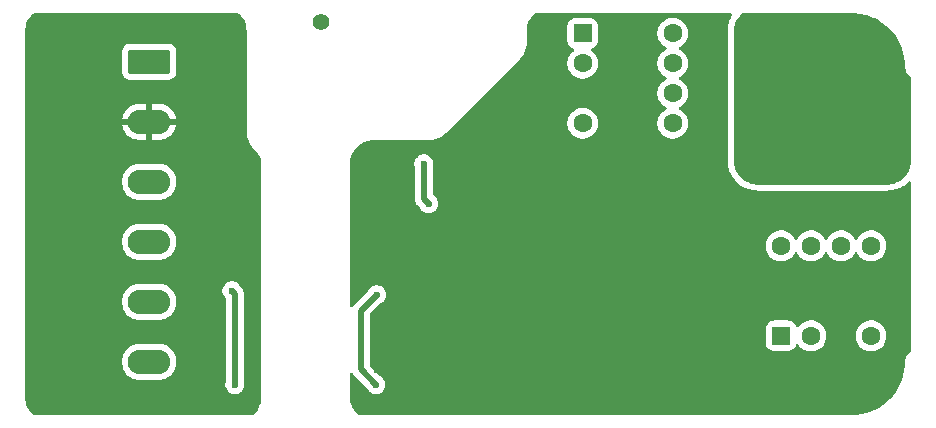
<source format=gbr>
%TF.GenerationSoftware,KiCad,Pcbnew,9.0.1-1.fc42*%
%TF.CreationDate,2025-04-25T16:42:34-04:00*%
%TF.ProjectId,IGBT_DRVR_CM400HA-24H,49474254-5f44-4525-9652-5f434d343030,rev?*%
%TF.SameCoordinates,Original*%
%TF.FileFunction,Copper,L2,Bot*%
%TF.FilePolarity,Positive*%
%FSLAX46Y46*%
G04 Gerber Fmt 4.6, Leading zero omitted, Abs format (unit mm)*
G04 Created by KiCad (PCBNEW 9.0.1-1.fc42) date 2025-04-25 16:42:34*
%MOMM*%
%LPD*%
G01*
G04 APERTURE LIST*
G04 Aperture macros list*
%AMRoundRect*
0 Rectangle with rounded corners*
0 $1 Rounding radius*
0 $2 $3 $4 $5 $6 $7 $8 $9 X,Y pos of 4 corners*
0 Add a 4 corners polygon primitive as box body*
4,1,4,$2,$3,$4,$5,$6,$7,$8,$9,$2,$3,0*
0 Add four circle primitives for the rounded corners*
1,1,$1+$1,$2,$3*
1,1,$1+$1,$4,$5*
1,1,$1+$1,$6,$7*
1,1,$1+$1,$8,$9*
0 Add four rect primitives between the rounded corners*
20,1,$1+$1,$2,$3,$4,$5,0*
20,1,$1+$1,$4,$5,$6,$7,0*
20,1,$1+$1,$6,$7,$8,$9,0*
20,1,$1+$1,$8,$9,$2,$3,0*%
G04 Aperture macros list end*
%TA.AperFunction,ComponentPad*%
%ADD10RoundRect,0.249999X-1.550001X0.790001X-1.550001X-0.790001X1.550001X-0.790001X1.550001X0.790001X0*%
%TD*%
%TA.AperFunction,ComponentPad*%
%ADD11O,3.600000X2.080000*%
%TD*%
%TA.AperFunction,ComponentPad*%
%ADD12C,0.900000*%
%TD*%
%TA.AperFunction,ComponentPad*%
%ADD13C,8.600000*%
%TD*%
%TA.AperFunction,ComponentPad*%
%ADD14C,1.400000*%
%TD*%
%TA.AperFunction,ComponentPad*%
%ADD15C,1.600000*%
%TD*%
%TA.AperFunction,ComponentPad*%
%ADD16RoundRect,0.250000X-0.550000X-0.550000X0.550000X-0.550000X0.550000X0.550000X-0.550000X0.550000X0*%
%TD*%
%TA.AperFunction,ComponentPad*%
%ADD17RoundRect,0.250000X0.550000X-0.550000X0.550000X0.550000X-0.550000X0.550000X-0.550000X-0.550000X0*%
%TD*%
%TA.AperFunction,ViaPad*%
%ADD18C,0.600000*%
%TD*%
%TA.AperFunction,Conductor*%
%ADD19C,0.500000*%
%TD*%
G04 APERTURE END LIST*
D10*
%TO.P,J5,1,Pin_1*%
%TO.N,+5V*%
X110500000Y-79600000D03*
D11*
%TO.P,J5,2,Pin_2*%
%TO.N,GND*%
X110500000Y-84680000D03*
%TO.P,J5,3,Pin_3*%
%TO.N,/LO_{IN}*%
X110500000Y-89760000D03*
%TO.P,J5,4,Pin_4*%
%TO.N,/LO_{PGOOD}*%
X110500000Y-94840000D03*
%TO.P,J5,5,Pin_5*%
%TO.N,/LO_{DESAT}*%
X110500000Y-99920000D03*
%TO.P,J5,6,Pin_6*%
%TO.N,/V_{OUT}*%
X110500000Y-105000000D03*
%TD*%
D12*
%TO.P,J2,1,Pin_1*%
%TO.N,Net-(J2-Pin_1)*%
X166775000Y-80000000D03*
X167719581Y-77719581D03*
X167719581Y-82280419D03*
X170000000Y-76775000D03*
D13*
X170000000Y-80000000D03*
D12*
X170000000Y-83225000D03*
X172280419Y-77719581D03*
X172280419Y-82280419D03*
X173225000Y-80000000D03*
%TD*%
%TO.P,J3,1,Pin_1*%
%TO.N,-VDC*%
X146775000Y-104000000D03*
X147719581Y-101719581D03*
X147719581Y-106280419D03*
X150000000Y-100775000D03*
D13*
X150000000Y-104000000D03*
D12*
X150000000Y-107225000D03*
X152280419Y-101719581D03*
X152280419Y-106280419D03*
X153225000Y-104000000D03*
%TD*%
D14*
%TO.P,J1,1,Pin_1*%
%TO.N,Net-(D3-K)*%
X125000000Y-76250000D03*
%TD*%
D15*
%TO.P,U1,8,EN_B*%
%TO.N,15V_HV*%
X154815000Y-77190000D03*
%TO.P,U1,7,OUT_A*%
%TO.N,Net-(U1-OUT_A)*%
X154815000Y-79730000D03*
%TO.P,U1,6,V+*%
%TO.N,15V_HV*%
X154815000Y-82270000D03*
%TO.P,U1,5,OUT_B*%
%TO.N,Net-(U1-OUT_B)*%
X154815000Y-84810000D03*
%TO.P,U1,4,IN_B*%
%TO.N,Net-(U1-IN_A)*%
X147195000Y-84810000D03*
%TO.P,U1,3,GND*%
%TO.N,-VDC*%
X147195000Y-82270000D03*
%TO.P,U1,2,IN_A*%
%TO.N,Net-(U1-IN_A)*%
X147195000Y-79730000D03*
D16*
%TO.P,U1,1,EN_A*%
%TO.N,15V_HV*%
X147195000Y-77190000D03*
%TD*%
D17*
%TO.P,U5,1,EN_A*%
%TO.N,15V_HV*%
X163990000Y-102805000D03*
D15*
%TO.P,U5,2,IN_A*%
%TO.N,Net-(U1-IN_A)*%
X166530000Y-102805000D03*
%TO.P,U5,3,GND*%
%TO.N,-VDC*%
X169070000Y-102805000D03*
%TO.P,U5,4,IN_B*%
%TO.N,Net-(U1-IN_A)*%
X171610000Y-102805000D03*
%TO.P,U5,5,OUT_B*%
%TO.N,Net-(U5-OUT_B)*%
X171610000Y-95185000D03*
%TO.P,U5,6,V+*%
%TO.N,15V_HV*%
X169070000Y-95185000D03*
%TO.P,U5,7,OUT_A*%
%TO.N,Net-(U5-OUT_A)*%
X166530000Y-95185000D03*
%TO.P,U5,8,EN_B*%
%TO.N,15V_HV*%
X163990000Y-95185000D03*
%TD*%
D18*
%TO.N,-VDC*%
X150250000Y-87250000D03*
X128750000Y-90750000D03*
X140000000Y-104000000D03*
X136250000Y-107000000D03*
X131400000Y-105400000D03*
X140750000Y-104000000D03*
X167500000Y-106000000D03*
X130800000Y-98000000D03*
X142500000Y-107000000D03*
X140000000Y-106250000D03*
X129500000Y-92250000D03*
X133900000Y-107000000D03*
X131337500Y-106112500D03*
X167500000Y-104500000D03*
X165500000Y-106000000D03*
X130000000Y-98000000D03*
X162750000Y-98500000D03*
X150250000Y-88250000D03*
X142500000Y-106250000D03*
X133900000Y-105500000D03*
X142500000Y-104000000D03*
X141750000Y-104000000D03*
X162750000Y-99250000D03*
X167500000Y-107500000D03*
X133850000Y-106250000D03*
X128000000Y-97250000D03*
X128750000Y-88500000D03*
X151000000Y-88250000D03*
X165250000Y-100750000D03*
X128000000Y-88500000D03*
X140000000Y-107000000D03*
X151750000Y-88250000D03*
X151000000Y-86500000D03*
X129500000Y-91500000D03*
X151750000Y-86500000D03*
X165500000Y-105250000D03*
X165250000Y-101500000D03*
X130800000Y-97200000D03*
X167500000Y-106750000D03*
X162750000Y-100750000D03*
X129750000Y-105675000D03*
X128000000Y-87750000D03*
X128750000Y-89960000D03*
X150250000Y-86500000D03*
X162750000Y-101500000D03*
X167500000Y-105250000D03*
X142500000Y-104750000D03*
X136250000Y-105500000D03*
X142500000Y-105500000D03*
X136250000Y-106250000D03*
X165500000Y-104500000D03*
X165250000Y-98500000D03*
X140000000Y-104750000D03*
X128750000Y-89250000D03*
X165250000Y-99250000D03*
X162750000Y-100000000D03*
X165250000Y-100000000D03*
X140000000Y-105500000D03*
X130000000Y-97250000D03*
X165500000Y-107500000D03*
X129500000Y-90750000D03*
X129000000Y-97250000D03*
X165500000Y-106750000D03*
%TO.N,5V_HV*%
X129700000Y-106945000D03*
X129750000Y-99325000D03*
%TO.N,GND*%
X116000000Y-105500000D03*
X119000000Y-97000000D03*
X115000000Y-97000000D03*
X115250000Y-105500000D03*
X117750000Y-97000000D03*
X116500000Y-98000000D03*
X116500000Y-96000000D03*
%TO.N,+5V*%
X117750000Y-106945000D03*
X117500671Y-98998998D03*
%TO.N,Net-(D3-A)*%
X134143750Y-91606250D03*
X133750000Y-88250000D03*
%TD*%
D19*
%TO.N,5V_HV*%
X129750000Y-99325000D02*
X128400000Y-100675000D01*
X128400000Y-100675000D02*
X128400000Y-105645000D01*
X128400000Y-105645000D02*
X129700000Y-106945000D01*
%TO.N,+5V*%
X117500671Y-98998998D02*
X117750000Y-99248327D01*
X117750000Y-99248327D02*
X117750000Y-106945000D01*
%TO.N,Net-(D3-A)*%
X133750000Y-88250000D02*
X133750000Y-91212500D01*
X133750000Y-91212500D02*
X134143750Y-91606250D01*
%TD*%
%TA.AperFunction,Conductor*%
%TO.N,Net-(J2-Pin_1)*%
G36*
X170002702Y-75500617D02*
G01*
X170386771Y-75517386D01*
X170397506Y-75518326D01*
X170775971Y-75568152D01*
X170786597Y-75570025D01*
X171159284Y-75652648D01*
X171169710Y-75655442D01*
X171533765Y-75770227D01*
X171543911Y-75773920D01*
X171896578Y-75920000D01*
X171906369Y-75924566D01*
X172244942Y-76100816D01*
X172254310Y-76106224D01*
X172576244Y-76311318D01*
X172585105Y-76317523D01*
X172887930Y-76549889D01*
X172896217Y-76556843D01*
X173177635Y-76814715D01*
X173185284Y-76822364D01*
X173443156Y-77103782D01*
X173450110Y-77112069D01*
X173682476Y-77414894D01*
X173688681Y-77423755D01*
X173893775Y-77745689D01*
X173899183Y-77755057D01*
X174075430Y-78093623D01*
X174080002Y-78103427D01*
X174226075Y-78456078D01*
X174229775Y-78466244D01*
X174344554Y-78830278D01*
X174347354Y-78840727D01*
X174429971Y-79213389D01*
X174431849Y-79224042D01*
X174481671Y-79602473D01*
X174482614Y-79613249D01*
X174499382Y-79997297D01*
X174499500Y-80002706D01*
X174499500Y-80092710D01*
X174533571Y-80274973D01*
X174533572Y-80274975D01*
X174600551Y-80447869D01*
X174600553Y-80447875D01*
X174698161Y-80605517D01*
X174698163Y-80605519D01*
X174823080Y-80742546D01*
X174950728Y-80838941D01*
X174992362Y-80895047D01*
X175000000Y-80937893D01*
X175000000Y-87995572D01*
X174999684Y-88004418D01*
X174980275Y-88275785D01*
X174977757Y-88293297D01*
X174920872Y-88554794D01*
X174915888Y-88571770D01*
X174822361Y-88822524D01*
X174815011Y-88838617D01*
X174686758Y-89073496D01*
X174677193Y-89088380D01*
X174516811Y-89302624D01*
X174505225Y-89315994D01*
X174315994Y-89505225D01*
X174302624Y-89516811D01*
X174088380Y-89677193D01*
X174073496Y-89686758D01*
X173838617Y-89815011D01*
X173822524Y-89822361D01*
X173571770Y-89915888D01*
X173554794Y-89920872D01*
X173293297Y-89977757D01*
X173275785Y-89980275D01*
X173004418Y-89999684D01*
X172995572Y-90000000D01*
X162004428Y-90000000D01*
X161995582Y-89999684D01*
X161724214Y-89980275D01*
X161706702Y-89977757D01*
X161445205Y-89920872D01*
X161428229Y-89915888D01*
X161177475Y-89822361D01*
X161161382Y-89815011D01*
X160926503Y-89686758D01*
X160911619Y-89677193D01*
X160697375Y-89516811D01*
X160684005Y-89505225D01*
X160494774Y-89315994D01*
X160483188Y-89302624D01*
X160322802Y-89088375D01*
X160313244Y-89073501D01*
X160184987Y-88838616D01*
X160177638Y-88822524D01*
X160084108Y-88571762D01*
X160079129Y-88554803D01*
X160022241Y-88293291D01*
X160019724Y-88275785D01*
X160000316Y-88004418D01*
X160000000Y-87995572D01*
X160000000Y-77004427D01*
X160000316Y-76995581D01*
X160008021Y-76887852D01*
X160019724Y-76724207D01*
X160022240Y-76706710D01*
X160079130Y-76445192D01*
X160084107Y-76428241D01*
X160177640Y-76177470D01*
X160184985Y-76161388D01*
X160313248Y-75926491D01*
X160322798Y-75911630D01*
X160483195Y-75697366D01*
X160494761Y-75684018D01*
X160641963Y-75536816D01*
X160703284Y-75503334D01*
X160729642Y-75500500D01*
X169934108Y-75500500D01*
X169997294Y-75500500D01*
X170002702Y-75500617D01*
G37*
%TD.AperFunction*%
%TD*%
%TA.AperFunction,Conductor*%
%TO.N,GND*%
G36*
X118087397Y-75520185D02*
G01*
X118108039Y-75536819D01*
X118255225Y-75684005D01*
X118266811Y-75697375D01*
X118427193Y-75911619D01*
X118436758Y-75926503D01*
X118565011Y-76161382D01*
X118572361Y-76177475D01*
X118665888Y-76428229D01*
X118670872Y-76445205D01*
X118727757Y-76706702D01*
X118730275Y-76724214D01*
X118749684Y-76995581D01*
X118750000Y-77004427D01*
X118750000Y-85605399D01*
X118768446Y-85861693D01*
X118823402Y-86112701D01*
X118823404Y-86112706D01*
X118913740Y-86353261D01*
X119037593Y-86578401D01*
X119192410Y-86783485D01*
X119375000Y-86964286D01*
X119551246Y-87138804D01*
X119562965Y-87152206D01*
X119707031Y-87343049D01*
X119716709Y-87357991D01*
X119831956Y-87567486D01*
X119839396Y-87583661D01*
X119923458Y-87807510D01*
X119928504Y-87824582D01*
X119979645Y-88058163D01*
X119982194Y-88075782D01*
X119999680Y-88318726D01*
X120000000Y-88327628D01*
X120000000Y-107995572D01*
X119999684Y-108004418D01*
X119980275Y-108275785D01*
X119977757Y-108293297D01*
X119920872Y-108554794D01*
X119915888Y-108571770D01*
X119822361Y-108822524D01*
X119815011Y-108838617D01*
X119686758Y-109073496D01*
X119677193Y-109088380D01*
X119516811Y-109302624D01*
X119505226Y-109315994D01*
X119358037Y-109463182D01*
X119296717Y-109496666D01*
X119270358Y-109499500D01*
X100729642Y-109499500D01*
X100662603Y-109479815D01*
X100641961Y-109463181D01*
X100494774Y-109315994D01*
X100483188Y-109302624D01*
X100322802Y-109088375D01*
X100313244Y-109073501D01*
X100184987Y-108838616D01*
X100177638Y-108822524D01*
X100084108Y-108571762D01*
X100079129Y-108554803D01*
X100022241Y-108293291D01*
X100019724Y-108275785D01*
X100000316Y-108004418D01*
X100000000Y-107995572D01*
X100000000Y-104878754D01*
X108199500Y-104878754D01*
X108199500Y-105121245D01*
X108237432Y-105360736D01*
X108312360Y-105591344D01*
X108422448Y-105807401D01*
X108564966Y-106003562D01*
X108564970Y-106003567D01*
X108736432Y-106175029D01*
X108736437Y-106175033D01*
X108907539Y-106299345D01*
X108932602Y-106317554D01*
X109148653Y-106427638D01*
X109148655Y-106427639D01*
X109263959Y-106465103D01*
X109379265Y-106502568D01*
X109490186Y-106520136D01*
X109618755Y-106540500D01*
X109618760Y-106540500D01*
X111381245Y-106540500D01*
X111497347Y-106522110D01*
X111620735Y-106502568D01*
X111851347Y-106427638D01*
X112067398Y-106317554D01*
X112263569Y-106175028D01*
X112435028Y-106003569D01*
X112577554Y-105807398D01*
X112687638Y-105591347D01*
X112762568Y-105360735D01*
X112782110Y-105237347D01*
X112800500Y-105121245D01*
X112800500Y-104878754D01*
X112778432Y-104739431D01*
X112762568Y-104639265D01*
X112687638Y-104408653D01*
X112577554Y-104192602D01*
X112559345Y-104167539D01*
X112435033Y-103996437D01*
X112435029Y-103996432D01*
X112263567Y-103824970D01*
X112263562Y-103824966D01*
X112067401Y-103682448D01*
X112067400Y-103682447D01*
X112067398Y-103682446D01*
X111959372Y-103627404D01*
X111851344Y-103572360D01*
X111620736Y-103497432D01*
X111381245Y-103459500D01*
X111381240Y-103459500D01*
X109618760Y-103459500D01*
X109618755Y-103459500D01*
X109379263Y-103497432D01*
X109148655Y-103572360D01*
X108932598Y-103682448D01*
X108736437Y-103824966D01*
X108736432Y-103824970D01*
X108564970Y-103996432D01*
X108564966Y-103996437D01*
X108422448Y-104192598D01*
X108312360Y-104408655D01*
X108237432Y-104639263D01*
X108199500Y-104878754D01*
X100000000Y-104878754D01*
X100000000Y-99798754D01*
X108199500Y-99798754D01*
X108199500Y-100041245D01*
X108237432Y-100280736D01*
X108312360Y-100511344D01*
X108422448Y-100727401D01*
X108564966Y-100923562D01*
X108564970Y-100923567D01*
X108736432Y-101095029D01*
X108736437Y-101095033D01*
X108907539Y-101219345D01*
X108932602Y-101237554D01*
X109148653Y-101347638D01*
X109148655Y-101347639D01*
X109263959Y-101385103D01*
X109379265Y-101422568D01*
X109490186Y-101440136D01*
X109618755Y-101460500D01*
X109618760Y-101460500D01*
X111381245Y-101460500D01*
X111497347Y-101442110D01*
X111620735Y-101422568D01*
X111851347Y-101347638D01*
X112067398Y-101237554D01*
X112263569Y-101095028D01*
X112435028Y-100923569D01*
X112577554Y-100727398D01*
X112687638Y-100511347D01*
X112762568Y-100280735D01*
X112782110Y-100157347D01*
X112800500Y-100041245D01*
X112800500Y-99798754D01*
X112772312Y-99620787D01*
X112762568Y-99559265D01*
X112687638Y-99328653D01*
X112577554Y-99112602D01*
X112552298Y-99077840D01*
X112486263Y-98986949D01*
X112437731Y-98920151D01*
X116700171Y-98920151D01*
X116700171Y-99077844D01*
X116730932Y-99232487D01*
X116730935Y-99232499D01*
X116791273Y-99378170D01*
X116791280Y-99378183D01*
X116878880Y-99509285D01*
X116878881Y-99509286D01*
X116878882Y-99509287D01*
X116963182Y-99593587D01*
X116996666Y-99654908D01*
X116999500Y-99681267D01*
X116999500Y-106640396D01*
X116990062Y-106687844D01*
X116980263Y-106711503D01*
X116980262Y-106711506D01*
X116980260Y-106711511D01*
X116949500Y-106866153D01*
X116949500Y-107023846D01*
X116980261Y-107178489D01*
X116980264Y-107178501D01*
X117040602Y-107324172D01*
X117040609Y-107324185D01*
X117128210Y-107455288D01*
X117128213Y-107455292D01*
X117239707Y-107566786D01*
X117239711Y-107566789D01*
X117370814Y-107654390D01*
X117370827Y-107654397D01*
X117516498Y-107714735D01*
X117516503Y-107714737D01*
X117671153Y-107745499D01*
X117671156Y-107745500D01*
X117671158Y-107745500D01*
X117828844Y-107745500D01*
X117828845Y-107745499D01*
X117983497Y-107714737D01*
X118129179Y-107654394D01*
X118260289Y-107566789D01*
X118371789Y-107455289D01*
X118459394Y-107324179D01*
X118519737Y-107178497D01*
X118550500Y-107023842D01*
X118550500Y-106866158D01*
X118550500Y-106866155D01*
X118550499Y-106866153D01*
X118519739Y-106711511D01*
X118519738Y-106711508D01*
X118519737Y-106711503D01*
X118509937Y-106687844D01*
X118500500Y-106640396D01*
X118500500Y-99174406D01*
X118471659Y-99029419D01*
X118471658Y-99029418D01*
X118471658Y-99029414D01*
X118471656Y-99029409D01*
X118415087Y-98892838D01*
X118415080Y-98892825D01*
X118332951Y-98769911D01*
X118332948Y-98769907D01*
X118246743Y-98683702D01*
X118219863Y-98643474D01*
X118210063Y-98619815D01*
X118122460Y-98488709D01*
X118122457Y-98488705D01*
X118010963Y-98377211D01*
X118010959Y-98377208D01*
X117879856Y-98289607D01*
X117879843Y-98289600D01*
X117734172Y-98229262D01*
X117734160Y-98229259D01*
X117579516Y-98198498D01*
X117579513Y-98198498D01*
X117421829Y-98198498D01*
X117421826Y-98198498D01*
X117267181Y-98229259D01*
X117267169Y-98229262D01*
X117121498Y-98289600D01*
X117121485Y-98289607D01*
X116990382Y-98377208D01*
X116990378Y-98377211D01*
X116878884Y-98488705D01*
X116878881Y-98488709D01*
X116791280Y-98619812D01*
X116791273Y-98619825D01*
X116730935Y-98765496D01*
X116730932Y-98765508D01*
X116700171Y-98920151D01*
X112437731Y-98920151D01*
X112435033Y-98916437D01*
X112435029Y-98916432D01*
X112263567Y-98744970D01*
X112263562Y-98744966D01*
X112067401Y-98602448D01*
X112067400Y-98602447D01*
X112067398Y-98602446D01*
X111959372Y-98547404D01*
X111851344Y-98492360D01*
X111620736Y-98417432D01*
X111381245Y-98379500D01*
X111381240Y-98379500D01*
X109618760Y-98379500D01*
X109618755Y-98379500D01*
X109379263Y-98417432D01*
X109148655Y-98492360D01*
X108932598Y-98602448D01*
X108736437Y-98744966D01*
X108736432Y-98744970D01*
X108564970Y-98916432D01*
X108564966Y-98916437D01*
X108422448Y-99112598D01*
X108312360Y-99328655D01*
X108237432Y-99559263D01*
X108199500Y-99798754D01*
X100000000Y-99798754D01*
X100000000Y-94718754D01*
X108199500Y-94718754D01*
X108199500Y-94961245D01*
X108237432Y-95200736D01*
X108312360Y-95431344D01*
X108422448Y-95647401D01*
X108564966Y-95843562D01*
X108564970Y-95843567D01*
X108736432Y-96015029D01*
X108736437Y-96015033D01*
X108907539Y-96139345D01*
X108932602Y-96157554D01*
X109148653Y-96267638D01*
X109148655Y-96267639D01*
X109263959Y-96305103D01*
X109379265Y-96342568D01*
X109490186Y-96360136D01*
X109618755Y-96380500D01*
X109618760Y-96380500D01*
X111381245Y-96380500D01*
X111497347Y-96362110D01*
X111620735Y-96342568D01*
X111851347Y-96267638D01*
X112067398Y-96157554D01*
X112263569Y-96015028D01*
X112435028Y-95843569D01*
X112577554Y-95647398D01*
X112687638Y-95431347D01*
X112762568Y-95200735D01*
X112782110Y-95077347D01*
X112800500Y-94961245D01*
X112800500Y-94718754D01*
X112778432Y-94579431D01*
X112762568Y-94479265D01*
X112687638Y-94248653D01*
X112577554Y-94032602D01*
X112559345Y-94007539D01*
X112435033Y-93836437D01*
X112435029Y-93836432D01*
X112263567Y-93664970D01*
X112263562Y-93664966D01*
X112067401Y-93522448D01*
X112067400Y-93522447D01*
X112067398Y-93522446D01*
X111959372Y-93467404D01*
X111851344Y-93412360D01*
X111620736Y-93337432D01*
X111381245Y-93299500D01*
X111381240Y-93299500D01*
X109618760Y-93299500D01*
X109618755Y-93299500D01*
X109379263Y-93337432D01*
X109148655Y-93412360D01*
X108932598Y-93522448D01*
X108736437Y-93664966D01*
X108736432Y-93664970D01*
X108564970Y-93836432D01*
X108564966Y-93836437D01*
X108422448Y-94032598D01*
X108312360Y-94248655D01*
X108237432Y-94479263D01*
X108199500Y-94718754D01*
X100000000Y-94718754D01*
X100000000Y-89638754D01*
X108199500Y-89638754D01*
X108199500Y-89881245D01*
X108237432Y-90120736D01*
X108312360Y-90351344D01*
X108422448Y-90567401D01*
X108564966Y-90763562D01*
X108564970Y-90763567D01*
X108736432Y-90935029D01*
X108736437Y-90935033D01*
X108907539Y-91059345D01*
X108932602Y-91077554D01*
X109148653Y-91187638D01*
X109148655Y-91187639D01*
X109263959Y-91225103D01*
X109379265Y-91262568D01*
X109490186Y-91280136D01*
X109618755Y-91300500D01*
X109618760Y-91300500D01*
X111381245Y-91300500D01*
X111497347Y-91282110D01*
X111620735Y-91262568D01*
X111851347Y-91187638D01*
X112067398Y-91077554D01*
X112263569Y-90935028D01*
X112435028Y-90763569D01*
X112577554Y-90567398D01*
X112687638Y-90351347D01*
X112762568Y-90120735D01*
X112782110Y-89997347D01*
X112800500Y-89881245D01*
X112800500Y-89638754D01*
X112778432Y-89499431D01*
X112762568Y-89399265D01*
X112687638Y-89168653D01*
X112577554Y-88952602D01*
X112559345Y-88927539D01*
X112435033Y-88756437D01*
X112435029Y-88756432D01*
X112263567Y-88584970D01*
X112263562Y-88584966D01*
X112067401Y-88442448D01*
X112067400Y-88442447D01*
X112067398Y-88442446D01*
X111959372Y-88387404D01*
X111851344Y-88332360D01*
X111620736Y-88257432D01*
X111381245Y-88219500D01*
X111381240Y-88219500D01*
X109618760Y-88219500D01*
X109618755Y-88219500D01*
X109379263Y-88257432D01*
X109148655Y-88332360D01*
X108932598Y-88442448D01*
X108736437Y-88584966D01*
X108736432Y-88584970D01*
X108564970Y-88756432D01*
X108564966Y-88756437D01*
X108422448Y-88952598D01*
X108312360Y-89168655D01*
X108237432Y-89399263D01*
X108199500Y-89638754D01*
X100000000Y-89638754D01*
X100000000Y-84430000D01*
X108220400Y-84430000D01*
X109845879Y-84430000D01*
X109826901Y-84475818D01*
X109800000Y-84611056D01*
X109800000Y-84748944D01*
X109826901Y-84884182D01*
X109845879Y-84930000D01*
X108220400Y-84930000D01*
X108237919Y-85040618D01*
X108312827Y-85271159D01*
X108422874Y-85487136D01*
X108565356Y-85683245D01*
X108736754Y-85854643D01*
X108932863Y-85997125D01*
X109148840Y-86107172D01*
X109379381Y-86182079D01*
X109618800Y-86220000D01*
X110250000Y-86220000D01*
X110250000Y-85334120D01*
X110295818Y-85353099D01*
X110431056Y-85380000D01*
X110568944Y-85380000D01*
X110704182Y-85353099D01*
X110750000Y-85334120D01*
X110750000Y-86220000D01*
X111381200Y-86220000D01*
X111620618Y-86182079D01*
X111851159Y-86107172D01*
X112067136Y-85997125D01*
X112263245Y-85854643D01*
X112434643Y-85683245D01*
X112577125Y-85487136D01*
X112687172Y-85271159D01*
X112762080Y-85040618D01*
X112779600Y-84930000D01*
X111154121Y-84930000D01*
X111173099Y-84884182D01*
X111200000Y-84748944D01*
X111200000Y-84611056D01*
X111173099Y-84475818D01*
X111154121Y-84430000D01*
X112779600Y-84430000D01*
X112762080Y-84319381D01*
X112687172Y-84088840D01*
X112577125Y-83872863D01*
X112434643Y-83676754D01*
X112263245Y-83505356D01*
X112067136Y-83362874D01*
X111851159Y-83252827D01*
X111620618Y-83177920D01*
X111381200Y-83140000D01*
X110750000Y-83140000D01*
X110750000Y-84025879D01*
X110704182Y-84006901D01*
X110568944Y-83980000D01*
X110431056Y-83980000D01*
X110295818Y-84006901D01*
X110250000Y-84025879D01*
X110250000Y-83140000D01*
X109618800Y-83140000D01*
X109379381Y-83177920D01*
X109148840Y-83252827D01*
X108932863Y-83362874D01*
X108736754Y-83505356D01*
X108565356Y-83676754D01*
X108422874Y-83872863D01*
X108312827Y-84088840D01*
X108237919Y-84319381D01*
X108220400Y-84430000D01*
X100000000Y-84430000D01*
X100000000Y-78759982D01*
X108199500Y-78759982D01*
X108199500Y-80440017D01*
X108210000Y-80542796D01*
X108210001Y-80542798D01*
X108265186Y-80709335D01*
X108357288Y-80858656D01*
X108481344Y-80982712D01*
X108630665Y-81074814D01*
X108797202Y-81129999D01*
X108899990Y-81140500D01*
X108899995Y-81140500D01*
X112100005Y-81140500D01*
X112100010Y-81140500D01*
X112202798Y-81129999D01*
X112369335Y-81074814D01*
X112518656Y-80982712D01*
X112642712Y-80858656D01*
X112734814Y-80709335D01*
X112789999Y-80542798D01*
X112800500Y-80440010D01*
X112800500Y-78759990D01*
X112789999Y-78657202D01*
X112734814Y-78490665D01*
X112642712Y-78341344D01*
X112518656Y-78217288D01*
X112369335Y-78125186D01*
X112202798Y-78070001D01*
X112202796Y-78070000D01*
X112100017Y-78059500D01*
X112100010Y-78059500D01*
X108899990Y-78059500D01*
X108899982Y-78059500D01*
X108797203Y-78070000D01*
X108797202Y-78070001D01*
X108714669Y-78097349D01*
X108630667Y-78125185D01*
X108630662Y-78125187D01*
X108481342Y-78217289D01*
X108357289Y-78341342D01*
X108265187Y-78490662D01*
X108265186Y-78490665D01*
X108210001Y-78657202D01*
X108210001Y-78657203D01*
X108210000Y-78657203D01*
X108199500Y-78759982D01*
X100000000Y-78759982D01*
X100000000Y-77004427D01*
X100000316Y-76995581D01*
X100019724Y-76724214D01*
X100022240Y-76706710D01*
X100079130Y-76445192D01*
X100084107Y-76428241D01*
X100177640Y-76177470D01*
X100184985Y-76161388D01*
X100313248Y-75926491D01*
X100322798Y-75911630D01*
X100483195Y-75697366D01*
X100494761Y-75684018D01*
X100641963Y-75536816D01*
X100703284Y-75503334D01*
X100729642Y-75500500D01*
X118020358Y-75500500D01*
X118087397Y-75520185D01*
G37*
%TD.AperFunction*%
%TD*%
%TA.AperFunction,Conductor*%
%TO.N,-VDC*%
G36*
X159827954Y-75520185D02*
G01*
X159873709Y-75572989D01*
X159883653Y-75642147D01*
X159869747Y-75683927D01*
X159741323Y-75919117D01*
X159740119Y-75921523D01*
X159725172Y-75951382D01*
X159725166Y-75951393D01*
X159725166Y-75951395D01*
X159717827Y-75967461D01*
X159704013Y-76000811D01*
X159610480Y-76251582D01*
X159599079Y-76285836D01*
X159594102Y-76302789D01*
X159585181Y-76337740D01*
X159528293Y-76599249D01*
X159521884Y-76634776D01*
X159519369Y-76652260D01*
X159515512Y-76688133D01*
X159496103Y-76959530D01*
X159495139Y-76977501D01*
X159494820Y-76986424D01*
X159494500Y-77004407D01*
X159494500Y-87995591D01*
X159494820Y-88013574D01*
X159495139Y-88022497D01*
X159496103Y-88040469D01*
X159515511Y-88311836D01*
X159519370Y-88347738D01*
X159521883Y-88365216D01*
X159528296Y-88400760D01*
X159585178Y-88662246D01*
X159594102Y-88697208D01*
X159599082Y-88714171D01*
X159610472Y-88748395D01*
X159704017Y-88999198D01*
X159717820Y-89032521D01*
X159725159Y-89048591D01*
X159725167Y-89048608D01*
X159725168Y-89048609D01*
X159741320Y-89080876D01*
X159869577Y-89315761D01*
X159887978Y-89346776D01*
X159897536Y-89361650D01*
X159918129Y-89391311D01*
X159918133Y-89391316D01*
X160078528Y-89605577D01*
X160101158Y-89633659D01*
X160112756Y-89647042D01*
X160137335Y-89673439D01*
X160326559Y-89862663D01*
X160352956Y-89887242D01*
X160366339Y-89898840D01*
X160394421Y-89921470D01*
X160394429Y-89921476D01*
X160394439Y-89921484D01*
X160608683Y-90081866D01*
X160608686Y-90081868D01*
X160638331Y-90102451D01*
X160644405Y-90106353D01*
X160653216Y-90112016D01*
X160684244Y-90130425D01*
X160684250Y-90130428D01*
X160684258Y-90130433D01*
X160776865Y-90180999D01*
X160919123Y-90258678D01*
X160935249Y-90266751D01*
X160951375Y-90274824D01*
X160967467Y-90282173D01*
X161000807Y-90295984D01*
X161000816Y-90295987D01*
X161000820Y-90295989D01*
X161251574Y-90389516D01*
X161251594Y-90389522D01*
X161251595Y-90389523D01*
X161285819Y-90400913D01*
X161285827Y-90400915D01*
X161285829Y-90400916D01*
X161302805Y-90405900D01*
X161326821Y-90412029D01*
X161337761Y-90414822D01*
X161599241Y-90471703D01*
X161599245Y-90471703D01*
X161599251Y-90471705D01*
X161634758Y-90478111D01*
X161652270Y-90480629D01*
X161652291Y-90480632D01*
X161688137Y-90484486D01*
X161688151Y-90484487D01*
X161959519Y-90503896D01*
X161977536Y-90504862D01*
X161986382Y-90505178D01*
X161986414Y-90505178D01*
X161986426Y-90505179D01*
X162004409Y-90505500D01*
X162004428Y-90505500D01*
X172995591Y-90505500D01*
X173013573Y-90505179D01*
X173013583Y-90505178D01*
X173013618Y-90505178D01*
X173022464Y-90504862D01*
X173040481Y-90503896D01*
X173311848Y-90484487D01*
X173311849Y-90484486D01*
X173311861Y-90484486D01*
X173347707Y-90480632D01*
X173347724Y-90480629D01*
X173347729Y-90480629D01*
X173365241Y-90478111D01*
X173400748Y-90471705D01*
X173437287Y-90463756D01*
X173662237Y-90414822D01*
X173662245Y-90414820D01*
X173697194Y-90405900D01*
X173714170Y-90400916D01*
X173748425Y-90389516D01*
X173999179Y-90295989D01*
X174032530Y-90282174D01*
X174048623Y-90274824D01*
X174080876Y-90258678D01*
X174315755Y-90130425D01*
X174346783Y-90112016D01*
X174361667Y-90102451D01*
X174391316Y-90081866D01*
X174605560Y-89921484D01*
X174633670Y-89898831D01*
X174647040Y-89887245D01*
X174673436Y-89862667D01*
X174788319Y-89747784D01*
X174849642Y-89714299D01*
X174919334Y-89719283D01*
X174975267Y-89761155D01*
X174999684Y-89826619D01*
X175000000Y-89835465D01*
X175000000Y-104062105D01*
X174980315Y-104129144D01*
X174950727Y-104161059D01*
X174823077Y-104257455D01*
X174698163Y-104394480D01*
X174698161Y-104394482D01*
X174600553Y-104552124D01*
X174600551Y-104552130D01*
X174533572Y-104725024D01*
X174499500Y-104907292D01*
X174499500Y-104997293D01*
X174499382Y-105002702D01*
X174482614Y-105386750D01*
X174481671Y-105397526D01*
X174431849Y-105775957D01*
X174429971Y-105786610D01*
X174347354Y-106159272D01*
X174344554Y-106169721D01*
X174229775Y-106533755D01*
X174226075Y-106543921D01*
X174080002Y-106896572D01*
X174075430Y-106906376D01*
X173899183Y-107244942D01*
X173893775Y-107254310D01*
X173688681Y-107576244D01*
X173682476Y-107585105D01*
X173450110Y-107887930D01*
X173443156Y-107896217D01*
X173185284Y-108177635D01*
X173177635Y-108185284D01*
X172896217Y-108443156D01*
X172887930Y-108450110D01*
X172585105Y-108682476D01*
X172576244Y-108688681D01*
X172254310Y-108893775D01*
X172244942Y-108899183D01*
X171906376Y-109075430D01*
X171896572Y-109080002D01*
X171543921Y-109226075D01*
X171533755Y-109229775D01*
X171169721Y-109344554D01*
X171159272Y-109347354D01*
X170786610Y-109429971D01*
X170775957Y-109431849D01*
X170397526Y-109481671D01*
X170386750Y-109482614D01*
X170002703Y-109499382D01*
X169997294Y-109499500D01*
X128229642Y-109499500D01*
X128200201Y-109490855D01*
X128170215Y-109484332D01*
X128165199Y-109480577D01*
X128162603Y-109479815D01*
X128141961Y-109463181D01*
X127994774Y-109315994D01*
X127983188Y-109302624D01*
X127822802Y-109088375D01*
X127813244Y-109073501D01*
X127684987Y-108838616D01*
X127677638Y-108822524D01*
X127626992Y-108686738D01*
X127584108Y-108571762D01*
X127579129Y-108554803D01*
X127522241Y-108293291D01*
X127519724Y-108275785D01*
X127513251Y-108185284D01*
X127500316Y-108004418D01*
X127500000Y-107995572D01*
X127500000Y-106056034D01*
X127509730Y-106022896D01*
X127519316Y-105989571D01*
X127519585Y-105989335D01*
X127519685Y-105988995D01*
X127545761Y-105966399D01*
X127571867Y-105943526D01*
X127572219Y-105943473D01*
X127572489Y-105943240D01*
X127606793Y-105938307D01*
X127640970Y-105933201D01*
X127641293Y-105933346D01*
X127641647Y-105933296D01*
X127673141Y-105947679D01*
X127704684Y-105961874D01*
X127704950Y-105962205D01*
X127705203Y-105962321D01*
X127727944Y-105988420D01*
X127733368Y-105996759D01*
X127734916Y-106000495D01*
X127767813Y-106049729D01*
X127768249Y-106050382D01*
X127768289Y-106050443D01*
X127817046Y-106123414D01*
X127817052Y-106123421D01*
X128953927Y-107260295D01*
X128980806Y-107300521D01*
X128990606Y-107324179D01*
X128990607Y-107324181D01*
X129078207Y-107455284D01*
X129078213Y-107455292D01*
X129189707Y-107566786D01*
X129189711Y-107566789D01*
X129320814Y-107654390D01*
X129320827Y-107654397D01*
X129466498Y-107714735D01*
X129466503Y-107714737D01*
X129621153Y-107745499D01*
X129621156Y-107745500D01*
X129621158Y-107745500D01*
X129778844Y-107745500D01*
X129778845Y-107745499D01*
X129933497Y-107714737D01*
X130079179Y-107654394D01*
X130210289Y-107566789D01*
X130321789Y-107455289D01*
X130409394Y-107324179D01*
X130469737Y-107178497D01*
X130500500Y-107023842D01*
X130500500Y-106866158D01*
X130500500Y-106866155D01*
X130500499Y-106866153D01*
X130469738Y-106711510D01*
X130469737Y-106711503D01*
X130469735Y-106711498D01*
X130409397Y-106565827D01*
X130409390Y-106565814D01*
X130321789Y-106434711D01*
X130321786Y-106434707D01*
X130210292Y-106323213D01*
X130210284Y-106323207D01*
X130079181Y-106235607D01*
X130079179Y-106235606D01*
X130055521Y-106225806D01*
X130015295Y-106198927D01*
X129186819Y-105370451D01*
X129153334Y-105309128D01*
X129150500Y-105282770D01*
X129150500Y-102204983D01*
X162689500Y-102204983D01*
X162689500Y-103405001D01*
X162689501Y-103405018D01*
X162700000Y-103507796D01*
X162700001Y-103507799D01*
X162716818Y-103558548D01*
X162755186Y-103674334D01*
X162847288Y-103823656D01*
X162971344Y-103947712D01*
X163120666Y-104039814D01*
X163287203Y-104094999D01*
X163389991Y-104105500D01*
X164590008Y-104105499D01*
X164692797Y-104094999D01*
X164859334Y-104039814D01*
X165008656Y-103947712D01*
X165132712Y-103823656D01*
X165224814Y-103674334D01*
X165251955Y-103592427D01*
X165291726Y-103534984D01*
X165356242Y-103508161D01*
X165425018Y-103520476D01*
X165469977Y-103558547D01*
X165538030Y-103652213D01*
X165538034Y-103652219D01*
X165682786Y-103796971D01*
X165837749Y-103909556D01*
X165848390Y-103917287D01*
X165964607Y-103976503D01*
X166030776Y-104010218D01*
X166030778Y-104010218D01*
X166030781Y-104010220D01*
X166121856Y-104039812D01*
X166225465Y-104073477D01*
X166326557Y-104089488D01*
X166427648Y-104105500D01*
X166427649Y-104105500D01*
X166632351Y-104105500D01*
X166632352Y-104105500D01*
X166834534Y-104073477D01*
X167029219Y-104010220D01*
X167211610Y-103917287D01*
X167340482Y-103823657D01*
X167377213Y-103796971D01*
X167377215Y-103796968D01*
X167377219Y-103796966D01*
X167521966Y-103652219D01*
X167521968Y-103652215D01*
X167521971Y-103652213D01*
X167590021Y-103558548D01*
X167642287Y-103486610D01*
X167735220Y-103304219D01*
X167798477Y-103109534D01*
X167830500Y-102907352D01*
X167830500Y-102702648D01*
X170309500Y-102702648D01*
X170309500Y-102907351D01*
X170341522Y-103109534D01*
X170404781Y-103304223D01*
X170497715Y-103486613D01*
X170618028Y-103652213D01*
X170762786Y-103796971D01*
X170917749Y-103909556D01*
X170928390Y-103917287D01*
X171044607Y-103976503D01*
X171110776Y-104010218D01*
X171110778Y-104010218D01*
X171110781Y-104010220D01*
X171201856Y-104039812D01*
X171305465Y-104073477D01*
X171406557Y-104089488D01*
X171507648Y-104105500D01*
X171507649Y-104105500D01*
X171712351Y-104105500D01*
X171712352Y-104105500D01*
X171914534Y-104073477D01*
X172109219Y-104010220D01*
X172291610Y-103917287D01*
X172420482Y-103823657D01*
X172457213Y-103796971D01*
X172457215Y-103796968D01*
X172457219Y-103796966D01*
X172601966Y-103652219D01*
X172601968Y-103652215D01*
X172601971Y-103652213D01*
X172670021Y-103558548D01*
X172722287Y-103486610D01*
X172815220Y-103304219D01*
X172878477Y-103109534D01*
X172910500Y-102907352D01*
X172910500Y-102702648D01*
X172878477Y-102500466D01*
X172815220Y-102305781D01*
X172815218Y-102305778D01*
X172815218Y-102305776D01*
X172763865Y-102204991D01*
X172722287Y-102123390D01*
X172670021Y-102051451D01*
X172601971Y-101957786D01*
X172457213Y-101813028D01*
X172291613Y-101692715D01*
X172291612Y-101692714D01*
X172291610Y-101692713D01*
X172231898Y-101662288D01*
X172109223Y-101599781D01*
X171914534Y-101536522D01*
X171739995Y-101508878D01*
X171712352Y-101504500D01*
X171507648Y-101504500D01*
X171483329Y-101508351D01*
X171305465Y-101536522D01*
X171110776Y-101599781D01*
X170928386Y-101692715D01*
X170762786Y-101813028D01*
X170618028Y-101957786D01*
X170497715Y-102123386D01*
X170404781Y-102305776D01*
X170341522Y-102500465D01*
X170309500Y-102702648D01*
X167830500Y-102702648D01*
X167798477Y-102500466D01*
X167735220Y-102305781D01*
X167735218Y-102305778D01*
X167735218Y-102305776D01*
X167683865Y-102204991D01*
X167642287Y-102123390D01*
X167590021Y-102051451D01*
X167521971Y-101957786D01*
X167377213Y-101813028D01*
X167211613Y-101692715D01*
X167211612Y-101692714D01*
X167211610Y-101692713D01*
X167151898Y-101662288D01*
X167029223Y-101599781D01*
X166834534Y-101536522D01*
X166659995Y-101508878D01*
X166632352Y-101504500D01*
X166427648Y-101504500D01*
X166403329Y-101508351D01*
X166225465Y-101536522D01*
X166030776Y-101599781D01*
X165848386Y-101692715D01*
X165682786Y-101813028D01*
X165538032Y-101957782D01*
X165538028Y-101957787D01*
X165469978Y-102051451D01*
X165414648Y-102094117D01*
X165345035Y-102100096D01*
X165283240Y-102067490D01*
X165251954Y-102017570D01*
X165232144Y-101957787D01*
X165224814Y-101935666D01*
X165132712Y-101786344D01*
X165008656Y-101662288D01*
X164859334Y-101570186D01*
X164692797Y-101515001D01*
X164692795Y-101515000D01*
X164590010Y-101504500D01*
X163389998Y-101504500D01*
X163389981Y-101504501D01*
X163287203Y-101515000D01*
X163287200Y-101515001D01*
X163120668Y-101570185D01*
X163120663Y-101570187D01*
X162971342Y-101662289D01*
X162847289Y-101786342D01*
X162755187Y-101935663D01*
X162755186Y-101935666D01*
X162700001Y-102102203D01*
X162700001Y-102102204D01*
X162700000Y-102102204D01*
X162689500Y-102204983D01*
X129150500Y-102204983D01*
X129150500Y-101037228D01*
X129170185Y-100970189D01*
X129186815Y-100949551D01*
X130065295Y-100071070D01*
X130105519Y-100044193D01*
X130129179Y-100034394D01*
X130260289Y-99946789D01*
X130371789Y-99835289D01*
X130459394Y-99704179D01*
X130519737Y-99558497D01*
X130550500Y-99403842D01*
X130550500Y-99246158D01*
X130550500Y-99246155D01*
X130550499Y-99246153D01*
X130519738Y-99091510D01*
X130519737Y-99091503D01*
X130485855Y-99009704D01*
X130459397Y-98945827D01*
X130459390Y-98945814D01*
X130371789Y-98814711D01*
X130371786Y-98814707D01*
X130260292Y-98703213D01*
X130260288Y-98703210D01*
X130129185Y-98615609D01*
X130129172Y-98615602D01*
X129983501Y-98555264D01*
X129983489Y-98555261D01*
X129828845Y-98524500D01*
X129828842Y-98524500D01*
X129671158Y-98524500D01*
X129671155Y-98524500D01*
X129516510Y-98555261D01*
X129516498Y-98555264D01*
X129370827Y-98615602D01*
X129370814Y-98615609D01*
X129239711Y-98703210D01*
X129239707Y-98703213D01*
X129128213Y-98814707D01*
X129128207Y-98814715D01*
X129040607Y-98945818D01*
X129040605Y-98945822D01*
X129030805Y-98969480D01*
X129003927Y-99009704D01*
X127817050Y-100196580D01*
X127817044Y-100196588D01*
X127767812Y-100270268D01*
X127767813Y-100270269D01*
X127734918Y-100319500D01*
X127733358Y-100322420D01*
X127732138Y-100323661D01*
X127731532Y-100324569D01*
X127731359Y-100324454D01*
X127684395Y-100372264D01*
X127616258Y-100387724D01*
X127550578Y-100363892D01*
X127508209Y-100308334D01*
X127500000Y-100263966D01*
X127500000Y-95082648D01*
X162689500Y-95082648D01*
X162689500Y-95287351D01*
X162721522Y-95489534D01*
X162784781Y-95684223D01*
X162877715Y-95866613D01*
X162998028Y-96032213D01*
X163142786Y-96176971D01*
X163297749Y-96289556D01*
X163308390Y-96297287D01*
X163424607Y-96356503D01*
X163490776Y-96390218D01*
X163490778Y-96390218D01*
X163490781Y-96390220D01*
X163595137Y-96424127D01*
X163685465Y-96453477D01*
X163786557Y-96469488D01*
X163887648Y-96485500D01*
X163887649Y-96485500D01*
X164092351Y-96485500D01*
X164092352Y-96485500D01*
X164294534Y-96453477D01*
X164489219Y-96390220D01*
X164671610Y-96297287D01*
X164764590Y-96229732D01*
X164837213Y-96176971D01*
X164837215Y-96176968D01*
X164837219Y-96176966D01*
X164981966Y-96032219D01*
X164981968Y-96032215D01*
X164981971Y-96032213D01*
X165102284Y-95866614D01*
X165102285Y-95866613D01*
X165102287Y-95866610D01*
X165149516Y-95773917D01*
X165197489Y-95723123D01*
X165265310Y-95706328D01*
X165331445Y-95728865D01*
X165370485Y-95773919D01*
X165417715Y-95866614D01*
X165538028Y-96032213D01*
X165682786Y-96176971D01*
X165837749Y-96289556D01*
X165848390Y-96297287D01*
X165964607Y-96356503D01*
X166030776Y-96390218D01*
X166030778Y-96390218D01*
X166030781Y-96390220D01*
X166135137Y-96424127D01*
X166225465Y-96453477D01*
X166326557Y-96469488D01*
X166427648Y-96485500D01*
X166427649Y-96485500D01*
X166632351Y-96485500D01*
X166632352Y-96485500D01*
X166834534Y-96453477D01*
X167029219Y-96390220D01*
X167211610Y-96297287D01*
X167304590Y-96229732D01*
X167377213Y-96176971D01*
X167377215Y-96176968D01*
X167377219Y-96176966D01*
X167521966Y-96032219D01*
X167521968Y-96032215D01*
X167521971Y-96032213D01*
X167642284Y-95866614D01*
X167642285Y-95866613D01*
X167642287Y-95866610D01*
X167689516Y-95773917D01*
X167737489Y-95723123D01*
X167805310Y-95706328D01*
X167871445Y-95728865D01*
X167910485Y-95773919D01*
X167957715Y-95866614D01*
X168078028Y-96032213D01*
X168222786Y-96176971D01*
X168377749Y-96289556D01*
X168388390Y-96297287D01*
X168504607Y-96356503D01*
X168570776Y-96390218D01*
X168570778Y-96390218D01*
X168570781Y-96390220D01*
X168675137Y-96424127D01*
X168765465Y-96453477D01*
X168866557Y-96469488D01*
X168967648Y-96485500D01*
X168967649Y-96485500D01*
X169172351Y-96485500D01*
X169172352Y-96485500D01*
X169374534Y-96453477D01*
X169569219Y-96390220D01*
X169751610Y-96297287D01*
X169844590Y-96229732D01*
X169917213Y-96176971D01*
X169917215Y-96176968D01*
X169917219Y-96176966D01*
X170061966Y-96032219D01*
X170061968Y-96032215D01*
X170061971Y-96032213D01*
X170182284Y-95866614D01*
X170182285Y-95866613D01*
X170182287Y-95866610D01*
X170229516Y-95773917D01*
X170277489Y-95723123D01*
X170345310Y-95706328D01*
X170411445Y-95728865D01*
X170450485Y-95773919D01*
X170497715Y-95866614D01*
X170618028Y-96032213D01*
X170762786Y-96176971D01*
X170917749Y-96289556D01*
X170928390Y-96297287D01*
X171044607Y-96356503D01*
X171110776Y-96390218D01*
X171110778Y-96390218D01*
X171110781Y-96390220D01*
X171215137Y-96424127D01*
X171305465Y-96453477D01*
X171406557Y-96469488D01*
X171507648Y-96485500D01*
X171507649Y-96485500D01*
X171712351Y-96485500D01*
X171712352Y-96485500D01*
X171914534Y-96453477D01*
X172109219Y-96390220D01*
X172291610Y-96297287D01*
X172384590Y-96229732D01*
X172457213Y-96176971D01*
X172457215Y-96176968D01*
X172457219Y-96176966D01*
X172601966Y-96032219D01*
X172601968Y-96032215D01*
X172601971Y-96032213D01*
X172654732Y-95959590D01*
X172722287Y-95866610D01*
X172815220Y-95684219D01*
X172878477Y-95489534D01*
X172910500Y-95287352D01*
X172910500Y-95082648D01*
X172878477Y-94880466D01*
X172815220Y-94685781D01*
X172815218Y-94685778D01*
X172815218Y-94685776D01*
X172769515Y-94596080D01*
X172722287Y-94503390D01*
X172714556Y-94492749D01*
X172601971Y-94337786D01*
X172457213Y-94193028D01*
X172291613Y-94072715D01*
X172291612Y-94072714D01*
X172291610Y-94072713D01*
X172234653Y-94043691D01*
X172109223Y-93979781D01*
X171914534Y-93916522D01*
X171739995Y-93888878D01*
X171712352Y-93884500D01*
X171507648Y-93884500D01*
X171483329Y-93888351D01*
X171305465Y-93916522D01*
X171110776Y-93979781D01*
X170928386Y-94072715D01*
X170762786Y-94193028D01*
X170618028Y-94337786D01*
X170497715Y-94503386D01*
X170450485Y-94596080D01*
X170402510Y-94646876D01*
X170334689Y-94663671D01*
X170268554Y-94641134D01*
X170229515Y-94596080D01*
X170228883Y-94594840D01*
X170182287Y-94503390D01*
X170174556Y-94492749D01*
X170061971Y-94337786D01*
X169917213Y-94193028D01*
X169751613Y-94072715D01*
X169751612Y-94072714D01*
X169751610Y-94072713D01*
X169694653Y-94043691D01*
X169569223Y-93979781D01*
X169374534Y-93916522D01*
X169199995Y-93888878D01*
X169172352Y-93884500D01*
X168967648Y-93884500D01*
X168943329Y-93888351D01*
X168765465Y-93916522D01*
X168570776Y-93979781D01*
X168388386Y-94072715D01*
X168222786Y-94193028D01*
X168078028Y-94337786D01*
X167957715Y-94503386D01*
X167910485Y-94596080D01*
X167862510Y-94646876D01*
X167794689Y-94663671D01*
X167728554Y-94641134D01*
X167689515Y-94596080D01*
X167688883Y-94594840D01*
X167642287Y-94503390D01*
X167634556Y-94492749D01*
X167521971Y-94337786D01*
X167377213Y-94193028D01*
X167211613Y-94072715D01*
X167211612Y-94072714D01*
X167211610Y-94072713D01*
X167154653Y-94043691D01*
X167029223Y-93979781D01*
X166834534Y-93916522D01*
X166659995Y-93888878D01*
X166632352Y-93884500D01*
X166427648Y-93884500D01*
X166403329Y-93888351D01*
X166225465Y-93916522D01*
X166030776Y-93979781D01*
X165848386Y-94072715D01*
X165682786Y-94193028D01*
X165538028Y-94337786D01*
X165417715Y-94503386D01*
X165370485Y-94596080D01*
X165322510Y-94646876D01*
X165254689Y-94663671D01*
X165188554Y-94641134D01*
X165149515Y-94596080D01*
X165148883Y-94594840D01*
X165102287Y-94503390D01*
X165094556Y-94492749D01*
X164981971Y-94337786D01*
X164837213Y-94193028D01*
X164671613Y-94072715D01*
X164671612Y-94072714D01*
X164671610Y-94072713D01*
X164614653Y-94043691D01*
X164489223Y-93979781D01*
X164294534Y-93916522D01*
X164119995Y-93888878D01*
X164092352Y-93884500D01*
X163887648Y-93884500D01*
X163863329Y-93888351D01*
X163685465Y-93916522D01*
X163490776Y-93979781D01*
X163308386Y-94072715D01*
X163142786Y-94193028D01*
X162998028Y-94337786D01*
X162877715Y-94503386D01*
X162784781Y-94685776D01*
X162721522Y-94880465D01*
X162689500Y-95082648D01*
X127500000Y-95082648D01*
X127500000Y-88254427D01*
X127500316Y-88245581D01*
X127505639Y-88171153D01*
X132949500Y-88171153D01*
X132949500Y-88328846D01*
X132980261Y-88483489D01*
X132980263Y-88483497D01*
X132990061Y-88507151D01*
X132999500Y-88554604D01*
X132999500Y-91286418D01*
X132999500Y-91286420D01*
X132999499Y-91286420D01*
X133028340Y-91431407D01*
X133028343Y-91431417D01*
X133084914Y-91567992D01*
X133117812Y-91617227D01*
X133117813Y-91617230D01*
X133167046Y-91690914D01*
X133167052Y-91690921D01*
X133397677Y-91921545D01*
X133424556Y-91961771D01*
X133434356Y-91985430D01*
X133434357Y-91985432D01*
X133521960Y-92116538D01*
X133521963Y-92116542D01*
X133633457Y-92228036D01*
X133633461Y-92228039D01*
X133764564Y-92315640D01*
X133764577Y-92315647D01*
X133910248Y-92375985D01*
X133910253Y-92375987D01*
X134064903Y-92406749D01*
X134064906Y-92406750D01*
X134064908Y-92406750D01*
X134222594Y-92406750D01*
X134222595Y-92406749D01*
X134377247Y-92375987D01*
X134522929Y-92315644D01*
X134654039Y-92228039D01*
X134765539Y-92116539D01*
X134853144Y-91985429D01*
X134913487Y-91839747D01*
X134944250Y-91685092D01*
X134944250Y-91527408D01*
X134944250Y-91527405D01*
X134944249Y-91527403D01*
X134913488Y-91372760D01*
X134913487Y-91372753D01*
X134877726Y-91286418D01*
X134853147Y-91227077D01*
X134853140Y-91227064D01*
X134765539Y-91095961D01*
X134765536Y-91095957D01*
X134654039Y-90984460D01*
X134555609Y-90918692D01*
X134510804Y-90865080D01*
X134500500Y-90815590D01*
X134500500Y-88554604D01*
X134509939Y-88507151D01*
X134519737Y-88483497D01*
X134550500Y-88328842D01*
X134550500Y-88171158D01*
X134550500Y-88171155D01*
X134550499Y-88171153D01*
X134547529Y-88156220D01*
X134519737Y-88016503D01*
X134494970Y-87956710D01*
X134459397Y-87870827D01*
X134459390Y-87870814D01*
X134371789Y-87739711D01*
X134371786Y-87739707D01*
X134260292Y-87628213D01*
X134260288Y-87628210D01*
X134129185Y-87540609D01*
X134129172Y-87540602D01*
X133983501Y-87480264D01*
X133983489Y-87480261D01*
X133828845Y-87449500D01*
X133828842Y-87449500D01*
X133671158Y-87449500D01*
X133671155Y-87449500D01*
X133516510Y-87480261D01*
X133516498Y-87480264D01*
X133370827Y-87540602D01*
X133370814Y-87540609D01*
X133239711Y-87628210D01*
X133239707Y-87628213D01*
X133128213Y-87739707D01*
X133128210Y-87739711D01*
X133040609Y-87870814D01*
X133040602Y-87870827D01*
X132980264Y-88016498D01*
X132980261Y-88016510D01*
X132949500Y-88171153D01*
X127505639Y-88171153D01*
X127506707Y-88156220D01*
X127519724Y-87974207D01*
X127522240Y-87956710D01*
X127579130Y-87695192D01*
X127584107Y-87678241D01*
X127677640Y-87427470D01*
X127684985Y-87411388D01*
X127813248Y-87176491D01*
X127822798Y-87161630D01*
X127983195Y-86947366D01*
X127994767Y-86934012D01*
X128184012Y-86744767D01*
X128197366Y-86733195D01*
X128411630Y-86572798D01*
X128426491Y-86563248D01*
X128661388Y-86434985D01*
X128677470Y-86427640D01*
X128928241Y-86334107D01*
X128945192Y-86329130D01*
X129206710Y-86272240D01*
X129224207Y-86269724D01*
X129495582Y-86250316D01*
X129504428Y-86250000D01*
X134171562Y-86250000D01*
X134171573Y-86250000D01*
X134432625Y-86232890D01*
X134689211Y-86181852D01*
X134936940Y-86097759D01*
X135171573Y-85982051D01*
X135389096Y-85836707D01*
X135585786Y-85664214D01*
X136542352Y-84707648D01*
X145894500Y-84707648D01*
X145894500Y-84912351D01*
X145926522Y-85114534D01*
X145989781Y-85309223D01*
X146082715Y-85491613D01*
X146203028Y-85657213D01*
X146347786Y-85801971D01*
X146502749Y-85914556D01*
X146513390Y-85922287D01*
X146629607Y-85981503D01*
X146695776Y-86015218D01*
X146695778Y-86015218D01*
X146695781Y-86015220D01*
X146800137Y-86049127D01*
X146890465Y-86078477D01*
X146991557Y-86094488D01*
X147092648Y-86110500D01*
X147092649Y-86110500D01*
X147297351Y-86110500D01*
X147297352Y-86110500D01*
X147499534Y-86078477D01*
X147694219Y-86015220D01*
X147876610Y-85922287D01*
X147994402Y-85836707D01*
X148042213Y-85801971D01*
X148042215Y-85801968D01*
X148042219Y-85801966D01*
X148186966Y-85657219D01*
X148186968Y-85657215D01*
X148186971Y-85657213D01*
X148239732Y-85584590D01*
X148307287Y-85491610D01*
X148400220Y-85309219D01*
X148463477Y-85114534D01*
X148495500Y-84912352D01*
X148495500Y-84707648D01*
X148463477Y-84505466D01*
X148400220Y-84310781D01*
X148400218Y-84310778D01*
X148400218Y-84310776D01*
X148366503Y-84244607D01*
X148307287Y-84128390D01*
X148299556Y-84117749D01*
X148186971Y-83962786D01*
X148042213Y-83818028D01*
X147876613Y-83697715D01*
X147876612Y-83697714D01*
X147876610Y-83697713D01*
X147819653Y-83668691D01*
X147694223Y-83604781D01*
X147499534Y-83541522D01*
X147324995Y-83513878D01*
X147297352Y-83509500D01*
X147092648Y-83509500D01*
X147068329Y-83513351D01*
X146890465Y-83541522D01*
X146695776Y-83604781D01*
X146513386Y-83697715D01*
X146347786Y-83818028D01*
X146203028Y-83962786D01*
X146082715Y-84128386D01*
X145989781Y-84310776D01*
X145926522Y-84505465D01*
X145894500Y-84707648D01*
X136542352Y-84707648D01*
X141914214Y-79335786D01*
X142086707Y-79139096D01*
X142232051Y-78921573D01*
X142347759Y-78686940D01*
X142431852Y-78439211D01*
X142482890Y-78182625D01*
X142500000Y-77921573D01*
X142500000Y-76879427D01*
X142500316Y-76870581D01*
X142517181Y-76634776D01*
X142518452Y-76616999D01*
X142520968Y-76599500D01*
X142523038Y-76589983D01*
X145894500Y-76589983D01*
X145894500Y-77790001D01*
X145894501Y-77790018D01*
X145905000Y-77892796D01*
X145905001Y-77892799D01*
X145914536Y-77921573D01*
X145960186Y-78059334D01*
X146052288Y-78208656D01*
X146176344Y-78332712D01*
X146325666Y-78424814D01*
X146407570Y-78451954D01*
X146465015Y-78491727D01*
X146491838Y-78556243D01*
X146479523Y-78625018D01*
X146441451Y-78669978D01*
X146347787Y-78738028D01*
X146347782Y-78738032D01*
X146203028Y-78882786D01*
X146082715Y-79048386D01*
X145989781Y-79230776D01*
X145926522Y-79425465D01*
X145894500Y-79627648D01*
X145894500Y-79832351D01*
X145926522Y-80034534D01*
X145989781Y-80229223D01*
X146082715Y-80411613D01*
X146203028Y-80577213D01*
X146347786Y-80721971D01*
X146502749Y-80834556D01*
X146513390Y-80842287D01*
X146606080Y-80889515D01*
X146695776Y-80935218D01*
X146695778Y-80935218D01*
X146695781Y-80935220D01*
X146800137Y-80969127D01*
X146890465Y-80998477D01*
X146933613Y-81005311D01*
X147092648Y-81030500D01*
X147092649Y-81030500D01*
X147297351Y-81030500D01*
X147297352Y-81030500D01*
X147499534Y-80998477D01*
X147694219Y-80935220D01*
X147876610Y-80842287D01*
X148013893Y-80742546D01*
X148042213Y-80721971D01*
X148042215Y-80721968D01*
X148042219Y-80721966D01*
X148186966Y-80577219D01*
X148186968Y-80577215D01*
X148186971Y-80577213D01*
X148280941Y-80447872D01*
X148307287Y-80411610D01*
X148400220Y-80229219D01*
X148463477Y-80034534D01*
X148495500Y-79832352D01*
X148495500Y-79627648D01*
X148463477Y-79425466D01*
X148400220Y-79230781D01*
X148400218Y-79230778D01*
X148400218Y-79230776D01*
X148353504Y-79139096D01*
X148307287Y-79048390D01*
X148299556Y-79037749D01*
X148186971Y-78882786D01*
X148042219Y-78738034D01*
X148042211Y-78738028D01*
X147948547Y-78669978D01*
X147905882Y-78614649D01*
X147899903Y-78545036D01*
X147932508Y-78483240D01*
X147982426Y-78451955D01*
X148064334Y-78424814D01*
X148213656Y-78332712D01*
X148337712Y-78208656D01*
X148429814Y-78059334D01*
X148484999Y-77892797D01*
X148495500Y-77790009D01*
X148495499Y-77087648D01*
X153514500Y-77087648D01*
X153514500Y-77292351D01*
X153546522Y-77494534D01*
X153609781Y-77689223D01*
X153702715Y-77871613D01*
X153823028Y-78037213D01*
X153967786Y-78181971D01*
X154122749Y-78294556D01*
X154133390Y-78302287D01*
X154224840Y-78348883D01*
X154226080Y-78349515D01*
X154276876Y-78397490D01*
X154293671Y-78465311D01*
X154271134Y-78531446D01*
X154226080Y-78570485D01*
X154133386Y-78617715D01*
X153967786Y-78738028D01*
X153823028Y-78882786D01*
X153702715Y-79048386D01*
X153609781Y-79230776D01*
X153546522Y-79425465D01*
X153514500Y-79627648D01*
X153514500Y-79832351D01*
X153546522Y-80034534D01*
X153609781Y-80229223D01*
X153702715Y-80411613D01*
X153823028Y-80577213D01*
X153967786Y-80721971D01*
X154122749Y-80834556D01*
X154133390Y-80842287D01*
X154224840Y-80888883D01*
X154226080Y-80889515D01*
X154276876Y-80937490D01*
X154293671Y-81005311D01*
X154271134Y-81071446D01*
X154226080Y-81110485D01*
X154133386Y-81157715D01*
X153967786Y-81278028D01*
X153823028Y-81422786D01*
X153702715Y-81588386D01*
X153609781Y-81770776D01*
X153546522Y-81965465D01*
X153514500Y-82167648D01*
X153514500Y-82372351D01*
X153546522Y-82574534D01*
X153609781Y-82769223D01*
X153702715Y-82951613D01*
X153823028Y-83117213D01*
X153967786Y-83261971D01*
X154122749Y-83374556D01*
X154133390Y-83382287D01*
X154224840Y-83428883D01*
X154226080Y-83429515D01*
X154276876Y-83477490D01*
X154293671Y-83545311D01*
X154271134Y-83611446D01*
X154226080Y-83650485D01*
X154133386Y-83697715D01*
X153967786Y-83818028D01*
X153823028Y-83962786D01*
X153702715Y-84128386D01*
X153609781Y-84310776D01*
X153546522Y-84505465D01*
X153514500Y-84707648D01*
X153514500Y-84912351D01*
X153546522Y-85114534D01*
X153609781Y-85309223D01*
X153702715Y-85491613D01*
X153823028Y-85657213D01*
X153967786Y-85801971D01*
X154122749Y-85914556D01*
X154133390Y-85922287D01*
X154249607Y-85981503D01*
X154315776Y-86015218D01*
X154315778Y-86015218D01*
X154315781Y-86015220D01*
X154420137Y-86049127D01*
X154510465Y-86078477D01*
X154611557Y-86094488D01*
X154712648Y-86110500D01*
X154712649Y-86110500D01*
X154917351Y-86110500D01*
X154917352Y-86110500D01*
X155119534Y-86078477D01*
X155314219Y-86015220D01*
X155496610Y-85922287D01*
X155614402Y-85836707D01*
X155662213Y-85801971D01*
X155662215Y-85801968D01*
X155662219Y-85801966D01*
X155806966Y-85657219D01*
X155806968Y-85657215D01*
X155806971Y-85657213D01*
X155859732Y-85584590D01*
X155927287Y-85491610D01*
X156020220Y-85309219D01*
X156083477Y-85114534D01*
X156115500Y-84912352D01*
X156115500Y-84707648D01*
X156083477Y-84505466D01*
X156020220Y-84310781D01*
X156020218Y-84310778D01*
X156020218Y-84310776D01*
X155986503Y-84244607D01*
X155927287Y-84128390D01*
X155919556Y-84117749D01*
X155806971Y-83962786D01*
X155662213Y-83818028D01*
X155496614Y-83697715D01*
X155490006Y-83694348D01*
X155403917Y-83650483D01*
X155353123Y-83602511D01*
X155336328Y-83534690D01*
X155358865Y-83468555D01*
X155403917Y-83429516D01*
X155496610Y-83382287D01*
X155517770Y-83366913D01*
X155662213Y-83261971D01*
X155662215Y-83261968D01*
X155662219Y-83261966D01*
X155806966Y-83117219D01*
X155806968Y-83117215D01*
X155806971Y-83117213D01*
X155859732Y-83044590D01*
X155927287Y-82951610D01*
X156020220Y-82769219D01*
X156083477Y-82574534D01*
X156115500Y-82372352D01*
X156115500Y-82167648D01*
X156083477Y-81965466D01*
X156020220Y-81770781D01*
X156020218Y-81770778D01*
X156020218Y-81770776D01*
X155986503Y-81704607D01*
X155927287Y-81588390D01*
X155919556Y-81577749D01*
X155806971Y-81422786D01*
X155662213Y-81278028D01*
X155496614Y-81157715D01*
X155490006Y-81154348D01*
X155403917Y-81110483D01*
X155353123Y-81062511D01*
X155336328Y-80994690D01*
X155358865Y-80928555D01*
X155403917Y-80889516D01*
X155496610Y-80842287D01*
X155517770Y-80826913D01*
X155662213Y-80721971D01*
X155662215Y-80721968D01*
X155662219Y-80721966D01*
X155806966Y-80577219D01*
X155806968Y-80577215D01*
X155806971Y-80577213D01*
X155900941Y-80447872D01*
X155927287Y-80411610D01*
X156020220Y-80229219D01*
X156083477Y-80034534D01*
X156115500Y-79832352D01*
X156115500Y-79627648D01*
X156083477Y-79425466D01*
X156020220Y-79230781D01*
X156020218Y-79230778D01*
X156020218Y-79230776D01*
X155973504Y-79139096D01*
X155927287Y-79048390D01*
X155919556Y-79037749D01*
X155806971Y-78882786D01*
X155662213Y-78738028D01*
X155496614Y-78617715D01*
X155490006Y-78614348D01*
X155403917Y-78570483D01*
X155353123Y-78522511D01*
X155336328Y-78454690D01*
X155358865Y-78388555D01*
X155403917Y-78349516D01*
X155496610Y-78302287D01*
X155625482Y-78208657D01*
X155662213Y-78181971D01*
X155662215Y-78181968D01*
X155662219Y-78181966D01*
X155806966Y-78037219D01*
X155806968Y-78037215D01*
X155806971Y-78037213D01*
X155911892Y-77892799D01*
X155927287Y-77871610D01*
X156020220Y-77689219D01*
X156083477Y-77494534D01*
X156115500Y-77292352D01*
X156115500Y-77087648D01*
X156102316Y-77004407D01*
X156083477Y-76885465D01*
X156020218Y-76690776D01*
X155973710Y-76599500D01*
X155927287Y-76508390D01*
X155879046Y-76441991D01*
X155806971Y-76342786D01*
X155662213Y-76198028D01*
X155496613Y-76077715D01*
X155496612Y-76077714D01*
X155496610Y-76077713D01*
X155436898Y-76047288D01*
X155314223Y-75984781D01*
X155119534Y-75921522D01*
X154944995Y-75893878D01*
X154917352Y-75889500D01*
X154712648Y-75889500D01*
X154688329Y-75893351D01*
X154510465Y-75921522D01*
X154315776Y-75984781D01*
X154133386Y-76077715D01*
X153967786Y-76198028D01*
X153823028Y-76342786D01*
X153702715Y-76508386D01*
X153609781Y-76690776D01*
X153546522Y-76885465D01*
X153514500Y-77087648D01*
X148495499Y-77087648D01*
X148495499Y-76589992D01*
X148484999Y-76487203D01*
X148429814Y-76320666D01*
X148337712Y-76171344D01*
X148213656Y-76047288D01*
X148064334Y-75955186D01*
X147897797Y-75900001D01*
X147897795Y-75900000D01*
X147795010Y-75889500D01*
X146594998Y-75889500D01*
X146594981Y-75889501D01*
X146492203Y-75900000D01*
X146492200Y-75900001D01*
X146325668Y-75955185D01*
X146325663Y-75955187D01*
X146176342Y-76047289D01*
X146052289Y-76171342D01*
X145960187Y-76320663D01*
X145960185Y-76320668D01*
X145932349Y-76404670D01*
X145905001Y-76487203D01*
X145905001Y-76487204D01*
X145905000Y-76487204D01*
X145894500Y-76589983D01*
X142523038Y-76589983D01*
X142574067Y-76355408D01*
X142579044Y-76338457D01*
X142666344Y-76104397D01*
X142673689Y-76088315D01*
X142793405Y-75869071D01*
X142802955Y-75854210D01*
X142952664Y-75654223D01*
X142964230Y-75640875D01*
X143068289Y-75536816D01*
X143129610Y-75503334D01*
X143155968Y-75500500D01*
X159760915Y-75500500D01*
X159827954Y-75520185D01*
G37*
%TD.AperFunction*%
%TD*%
M02*

</source>
